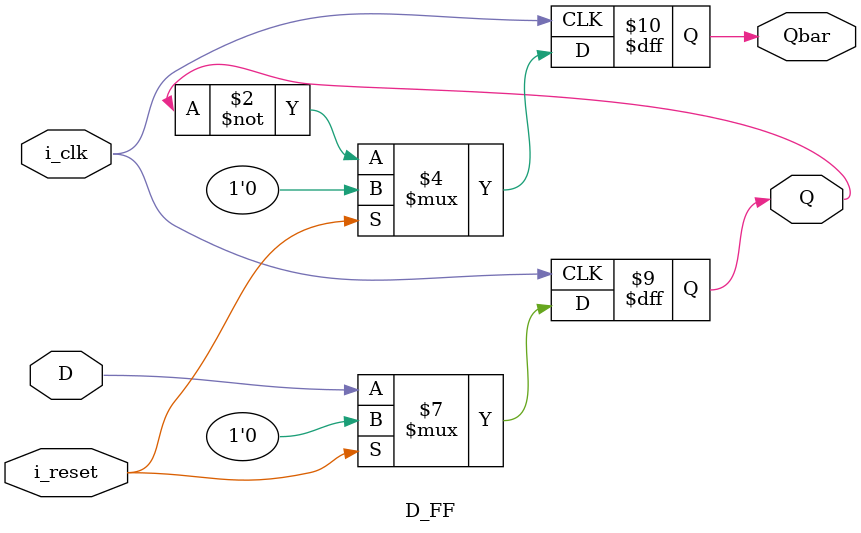
<source format=v>
`timescale 1ns / 1ps

module D_FF(
    input i_clk,
    input i_reset,
    input D,
    output reg Q,
    output reg Qbar
    );

    always @(posedge i_clk) begin // 8Hz
        if (i_reset) begin
            Q <= 1'b0;
            Qbar <= 1'b0;
        end else begin
            Q <= D;
            Qbar <= ~Q;
        end
    end
endmodule

</source>
